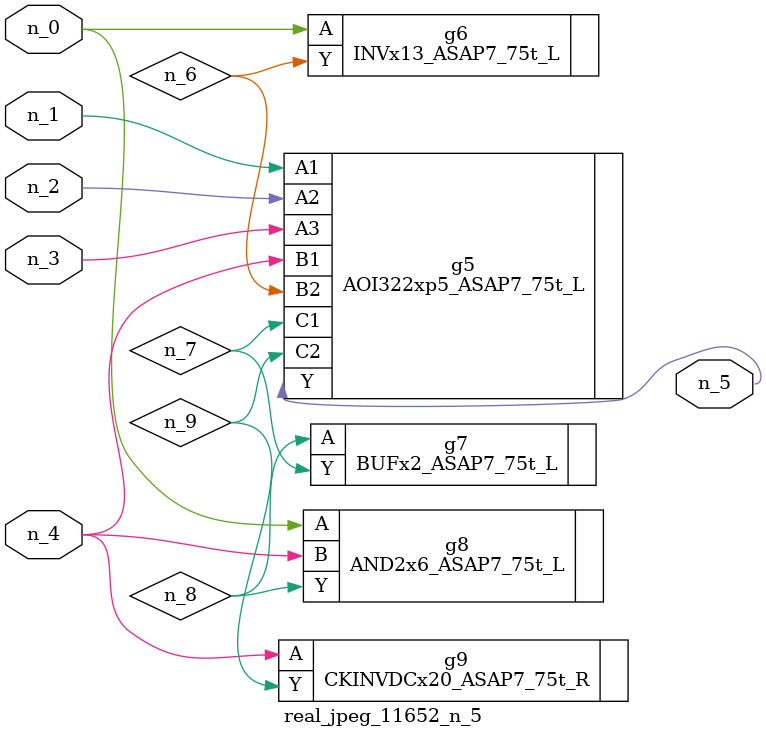
<source format=v>
module real_jpeg_11652_n_5 (n_4, n_0, n_1, n_2, n_3, n_5);

input n_4;
input n_0;
input n_1;
input n_2;
input n_3;

output n_5;

wire n_8;
wire n_6;
wire n_7;
wire n_9;

INVx13_ASAP7_75t_L g6 ( 
.A(n_0),
.Y(n_6)
);

AND2x6_ASAP7_75t_L g8 ( 
.A(n_0),
.B(n_4),
.Y(n_8)
);

AOI322xp5_ASAP7_75t_L g5 ( 
.A1(n_1),
.A2(n_2),
.A3(n_3),
.B1(n_4),
.B2(n_6),
.C1(n_7),
.C2(n_9),
.Y(n_5)
);

CKINVDCx20_ASAP7_75t_R g9 ( 
.A(n_4),
.Y(n_9)
);

BUFx2_ASAP7_75t_L g7 ( 
.A(n_8),
.Y(n_7)
);


endmodule
</source>
